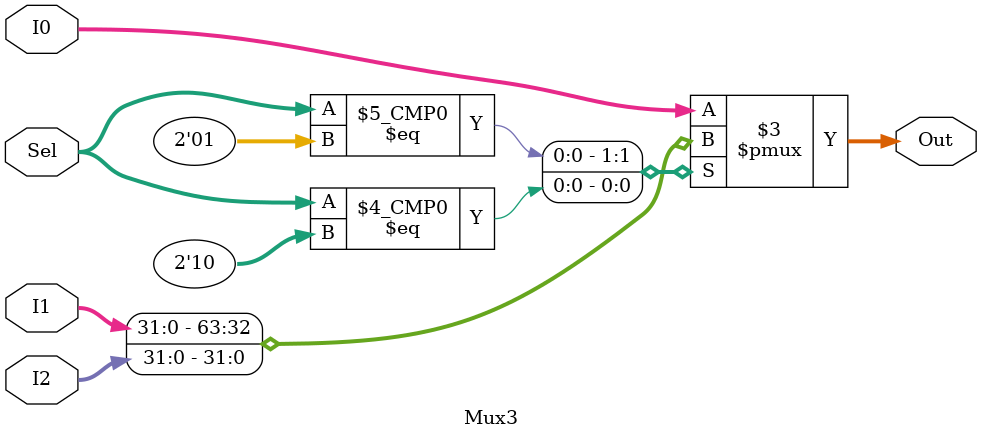
<source format=v>
module Mux3(
	input [31:0] I0, I1, I2,
	input [1:0] Sel,
	output reg [31:0] Out
);
always@* begin
	Out = I0;
	case(Sel)
		1: Out = I1;
		2: Out = I2;
		default: Out = I0;
	endcase
end
endmodule

</source>
